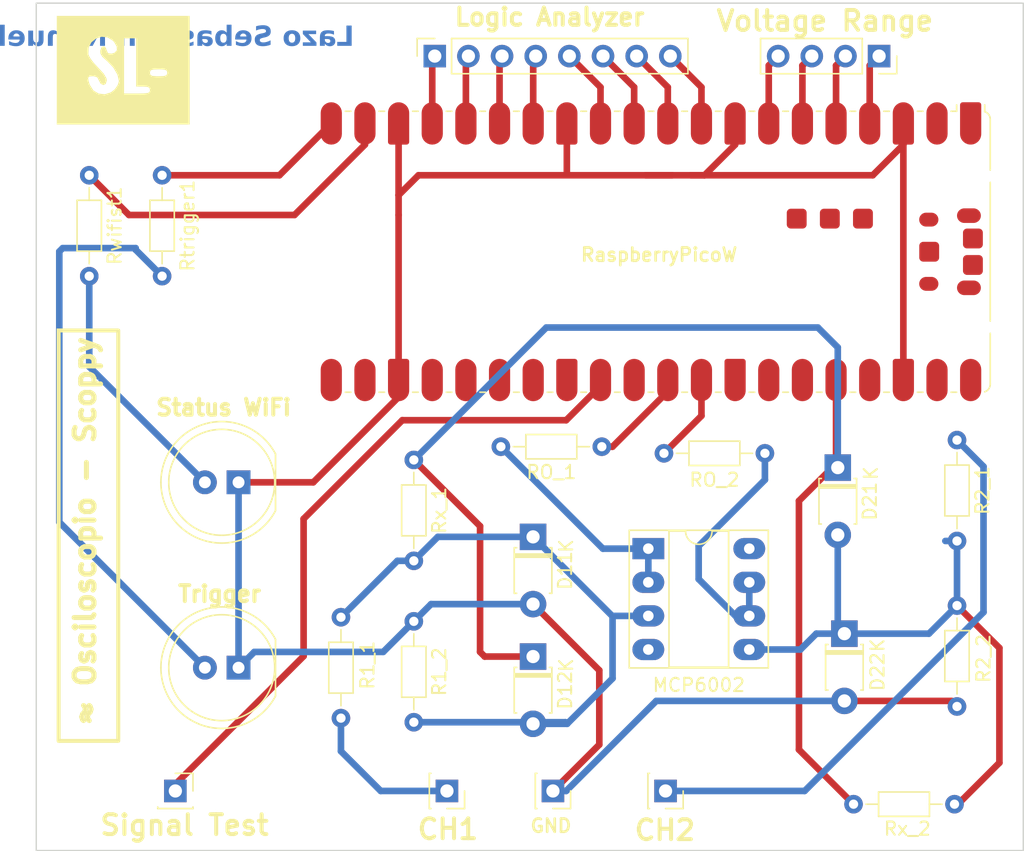
<source format=kicad_pcb>
(kicad_pcb (version 20240108) (generator "pcbnew") (generator_version "8.0")
  (layers (0 "F.Cu" signal) (31 "B.Cu" signal) (34 "B.Paste" user) (35 "F.Paste" user) (36 "B.SilkS" user "B.Silkscreen") (37 "F.SilkS" user "F.Silkscreen") (38 "B.Mask" user) (39 "F.Mask" user) (44 "Edge.Cuts" user))
  (net 0 "")
  (net 1 "CH1_input")
  (net 2 "CH2_input")
  (net 3 "0")
  (net 4 "Net-(D11-K)")
  (net 5 "3,3V")
  (net 6 "Net-(D21-A)")
  (net 7 "Net-(LogicAnalyzer1-Pin_8)")
  (net 8 "Net-(LogicAnalyzer1-Pin_5)")
  (net 9 "Net-(LogicAnalyzer1-Pin_4)")
  (net 10 "Net-(LogicAnalyzer1-Pin_3)")
  (net 11 "GP13")
  (net 12 "Net-(LogicAnalyzer1-Pin_7)")
  (net 13 "Net-(LogicAnalyzer1-Pin_6)")
  (net 14 "Net-(LogicAnalyzer1-Pin_2)")
  (net 16 "Net-(RaspberryPicoW1-UART1_TX{slash}I2C0_SDA{slash}SPI0_RX{slash}GP4)")
  (net 18 "GPIO26")
  (net 19 "Trigger")
  (net 20 "Net-(RaspberryPicoW1-I2C1_SDA{slash}SPI0_SCK{slash}GP2)")
  (net 25 "Net-(RaspberryPicoW1-UART1_RX{slash}I2C0_SCL{slash}SPI0_CSN{slash}GP5)")
  (net 26 "WiFi-Status")
  (net 29 "GPIO27")
  (net 30 "Net-(RaspberryPicoW1-I2C1_SCL{slash}SPI0_TX{slash}GP3)")
  (net 40 "Test Signal ")
  (net 45 "Net-(U1A--)")
  (net 46 "Net-(U1B--)")
  (net 47 "Net-(Trigger1-A)")
  (net 48 "Net-(StatusWiFi1-A)")
  (footprint "Connector_PinSocket_2.54mm:PinSocket_1x08_P2.54mm_Vertical" (layer "F.Cu") (at 119.58 78.5 90)
    (property "Reference" "Logic Analyzer" (at 2.95 8.67 180) (layer "F.SilkS") (effects (font (size 1.3 1.3) (thickness 0.3) (bold yes))))
    (property "Value" "LogicAnalizer")
    (pad "1" thru_hole rect (at 0 0 90) (size 1.7 1.7) (drill 1) (layers "*.Cu" "*.Mask") (net 11 "GP13"))
    (pad "2" thru_hole oval (at 0 2.54 90) (size 1.7 1.7) (drill 1) (layers "*.Cu" "*.Mask") (net 14 "Net-(LogicAnalyzer1-Pin_2)"))
    (pad "3" thru_hole oval (at 0 5.08 90) (size 1.7 1.7) (drill 1) (layers "*.Cu" "*.Mask") (net 10 "Net-(LogicAnalyzer1-Pin_3)"))
    (pad "4" thru_hole oval (at 0 7.62 90) (size 1.7 1.7) (drill 1) (layers "*.Cu" "*.Mask") (net 9 "Net-(LogicAnalyzer1-Pin_4)"))
    (pad "5" thru_hole oval (at 0 10.16 90) (size 1.7 1.7) (drill 1) (layers "*.Cu" "*.Mask") (net 8 "Net-(LogicAnalyzer1-Pin_5)"))
    (pad "6" thru_hole oval (at 0 12.7 90) (size 1.7 1.7) (drill 1) (layers "*.Cu" "*.Mask") (net 13 "Net-(LogicAnalyzer1-Pin_6)"))
    (pad "7" thru_hole oval (at 0 15.24 90) (size 1.7 1.7) (drill 1) (layers "*.Cu" "*.Mask") (net 12 "Net-(LogicAnalyzer1-Pin_7)"))
    (pad "8" thru_hole oval (at 0 17.78 90) (size 1.7 1.7) (drill 1) (layers "*.Cu" "*.Mask") (net 7 "Net-(LogicAnalyzer1-Pin_8)"))
  )
  (footprint "Resistor_THT:R_Axial_DIN0204_L3.6mm_D1.6mm_P7.62mm_Horizontal" (layer "F.Cu") (at 159 107.5 -90)
    (property "Reference" "R2_1" (at 3.81 -1.92 90) (layer "F.SilkS"))
    (property "Value" "680k")
    (pad "1" thru_hole circle (at 0 0 270) (size 1.4 1.4) (drill 0.7) (layers "*.Cu" "*.Mask") (net 2 "CH2_input"))
    (pad "2" thru_hole oval (at 7.62 0 270) (size 1.4 1.4) (drill 0.7) (layers "*.Cu" "*.Mask") (net 6 "Net-(D21-A)"))
  )
  (footprint "Propia:Huella_PCB_SL_chica" (layer "F.Cu") (at 96 79.5)
    (property "Reference" "G***" (hide yes))
    (property "Value" "LOGO" (hide yes))
  )
  (footprint "Resistor_THT:R_Axial_DIN0204_L3.6mm_D1.6mm_P7.62mm_Horizontal" (layer "F.Cu") (at 132.19 108 180)
    (property "Reference" "RO_1" (at 3.81 -1.92 0) (layer "F.SilkS"))
    (property "Value" "100")
    (pad "1" thru_hole circle (at 0 0 180) (size 1.4 1.4) (drill 0.7) (layers "*.Cu" "*.Mask") (net 18 "GPIO26"))
    (pad "2" thru_hole oval (at 7.62 0 180) (size 1.4 1.4) (drill 0.7) (layers "*.Cu" "*.Mask") (net 45 "Net-(U1A--)"))
  )
  (footprint "Resistor_THT:R_Axial_DIN0204_L3.6mm_D1.6mm_P7.62mm_Horizontal" (layer "F.Cu") (at 118 121.19 -90)
    (property "Reference" "R1_2" (at 3.81 -1.92 90) (layer "F.SilkS"))
    (property "Value" "330k")
    (pad "1" thru_hole circle (at 0 0 270) (size 1.4 1.4) (drill 0.7) (layers "*.Cu" "*.Mask") (net 3 "0"))
    (pad "2" thru_hole oval (at 7.62 0 270) (size 1.4 1.4) (drill 0.7) (layers "*.Cu" "*.Mask") (net 4 "Net-(D11-K)"))
  )
  (footprint "Resistor_THT:R_Axial_DIN0204_L3.6mm_D1.6mm_P7.62mm_Horizontal" (layer "F.Cu") (at 99 87.5 -90)
    (property "Reference" "Rtrigger1" (at 3.81 -1.92 90) (layer "F.SilkS"))
    (property "Value" "1k")
    (pad "1" thru_hole circle (at 0 0 270) (size 1.4 1.4) (drill 0.7) (layers "*.Cu" "*.Mask") (net 19 "Trigger"))
    (pad "2" thru_hole oval (at 7.62 0 270) (size 1.4 1.4) (drill 0.7) (layers "*.Cu" "*.Mask") (net 47 "Net-(Trigger1-A)"))
  )
  (footprint "Connector_PinSocket_2.54mm:PinSocket_1x01_P2.54mm_Vertical" (layer "F.Cu") (at 128.5 134 -90)
    (property "Reference" "GND" (at 2.63 0.15 0) (layer "F.SilkS") (effects (font (thickness 0.2) (bold yes))))
    (property "Value" "GND")
    (pad "1" thru_hole rect (at 0 0 270) (size 1.7 1.7) (drill 1) (layers "*.Cu" "*.Mask") (net 3 "0"))
  )
  (footprint "Resistor_THT:R_Axial_DIN0204_L3.6mm_D1.6mm_P7.62mm_Horizontal" (layer "F.Cu") (at 112.5 128.5 90)
    (property "Reference" "R1_1" (at 4 2 90) (layer "F.SilkS"))
    (property "Value" "680k")
    (pad "1" thru_hole circle (at 0 0 90) (size 1.4 1.4) (drill 0.7) (layers "*.Cu" "*.Mask") (net 1 "CH1_input"))
    (pad "2" thru_hole oval (at 7.62 0 90) (size 1.4 1.4) (drill 0.7) (layers "*.Cu" "*.Mask") (net 4 "Net-(D11-K)"))
  )
  (footprint "Connector_PinSocket_2.54mm:PinSocket_1x04_P2.54mm_Vertical" (layer "F.Cu") (at 153.12 78.5 -90)
    (property "Reference" "Voltage Range" (at -2.66 4.09 180) (layer "F.SilkS") (effects (font (size 1.5 1.5) (thickness 0.3) (bold yes))))
    (property "Value" "VoltageRange")
    (pad "1" thru_hole rect (at 0 0 270) (size 1.7 1.7) (drill 1) (layers "*.Cu" "*.Mask") (net 20 "Net-(RaspberryPicoW1-I2C1_SDA{slash}SPI0_SCK{slash}GP2)"))
    (pad "2" thru_hole oval (at 0 2.54 270) (size 1.7 1.7) (drill 1) (layers "*.Cu" "*.Mask") (net 30 "Net-(RaspberryPicoW1-I2C1_SCL{slash}SPI0_TX{slash}GP3)"))
    (pad "3" thru_hole oval (at 0 5.08 270) (size 1.7 1.7) (drill 1) (layers "*.Cu" "*.Mask") (net 16 "Net-(RaspberryPicoW1-UART1_TX{slash}I2C0_SDA{slash}SPI0_RX{slash}GP4)"))
    (pad "4" thru_hole oval (at 0 7.62 270) (size 1.7 1.7) (drill 1) (layers "*.Cu" "*.Mask") (net 25 "Net-(RaspberryPicoW1-UART1_RX{slash}I2C0_SCL{slash}SPI0_CSN{slash}GP5)"))
  )
  (footprint "Module:RaspberryPi_Pico_W_SMD" (layer "F.Cu") (at 135.9 93.275 -90)
    (property "Reference" "RaspberryPicoW" (at 0.225 5.4 0) (layer "F.SilkS") (effects (font (thickness 0.2) (bold yes)) (justify left)))
    (property "Value" "RASPBERRY_PI_PICO_W")
    (pad "" smd rect (at -8.89 -24.13 270) (size 3.8 2.2) (drill (offset -0.8 0)) (layers "F.Paste"))
    (pad "" smd rect (at -8.89 -21.59 270) (size 3.8 2.2) (drill (offset -0.8 0)) (layers "F.Paste"))
    (pad "" smd rect (at -8.89 -19.05 270) (size 3.8 2.2) (drill (offset -0.8 0)) (layers "F.Paste"))
    (pad "" smd rect (at -8.89 -16.51 270) (size 3.8 2.2) (drill (offset -0.8 0)) (layers "F.Paste"))
    (pad "" smd rect (at -8.89 -13.97 270) (size 3.8 2.2) (drill (offset -0.8 0)) (layers "F.Paste"))
    (pad "" smd rect (at -8.89 -11.43 270) (size 3.8 2.2) (drill (offset -0.8 0)) (layers "F.Paste"))
    (pad "" smd rect (at -8.89 -8.89 270) (size 3.8 2.2) (drill (offset -0.8 0)) (layers "F.Paste"))
    (pad "" smd rect (at -8.89 -6.35 270) (size 3.8 2.2) (drill (offset -0.8 0)) (layers "F.Paste"))
    (pad "" smd rect (at -8.89 -3.81 270) (size 3.8 2.2) (drill (offset -0.8 0)) (layers "F.Paste"))
    (pad "" smd rect (at -8.89 -1.27 270) (size 3.8 2.2) (drill (offset -0.8 0)) (layers "F.Paste"))
    (pad "" smd rect (at -8.89 1.27 270) (size 3.8 2.2) (drill (offset -0.8 0)) (layers "F.Paste"))
    (pad "" smd rect (at -8.89 3.81 270) (size 3.8 2.2) (drill (offset -0.8 0)) (layers "F.Paste"))
    (pad "" smd rect (at -8.89 6.35 270) (size 3.8 2.2) (drill (offset -0.8 0)) (layers "F.Paste"))
    (pad "" smd rect (at -8.89 8.89 270) (size 3.8 2.2) (drill (offset -0.8 0)) (layers "F.Paste"))
    (pad "" smd rect (at -8.89 11.43 270) (size 3.8 2.2) (drill (offset -0.8 0)) (layers "F.Paste"))
    (pad "" smd rect (at -8.89 13.97 270) (size 3.8 2.2) (drill (offset -0.8 0)) (layers "F.Paste"))
    (pad "" smd rect (at -8.89 16.51 270) (size 3.8 2.2) (drill (offset -0.8 0)) (layers "F.Paste"))
    (pad "" smd rect (at -8.89 19.05 270) (size 3.8 2.2) (drill (offset -0.8 0)) (layers "F.Paste"))
    (pad "" smd rect (at -8.89 21.59 270) (size 3.8 2.2) (drill (offset -0.8 0)) (layers "F.Paste"))
    (pad "" smd rect (at -8.89 24.13 270) (size 3.8 2.2) (drill (offset -0.8 0)) (layers "F.Paste"))
    (pad "" smd oval (at -2.725 -24 270) (size 1.1 1.8) (layers "F.Cu" "F.Paste" "F.Mask"))
    (pad "" smd oval (at -2.425 -20.97 270) (size 1.05 1.45) (layers "F.Cu" "F.Paste" "F.Mask"))
    (pad "" smd oval (at 2.425 -20.97 270) (size 1.05 1.45) (layers "F.Cu" "F.Paste" "F.Mask"))
    (pad "" smd oval (at 2.725 -24 270) (size 1.1 1.8) (layers "F.Cu" "F.Paste" "F.Mask"))
    (pad "" smd rect (at 8.89 -24.13 270) (size 3.8 2.2) (drill (offset 0.8 0)) (layers "F.Paste"))
    (pad "" smd rect (at 8.89 -21.59 270) (size 3.8 2.2) (drill (offset 0.8 0)) (layers "F.Paste"))
    (pad "" smd rect (at 8.89 -19.05 270) (size 3.8 2.2) (drill (offset 0.8 0)) (layers "F.Paste"))
    (pad "" smd rect (at 8.89 -16.51 270) (size 3.8 2.2) (drill (offset 0.8 0)) (layers "F.Paste"))
    (pad "" smd rect (at 8.89 -13.97 270) (size 3.8 2.2) (drill (offset 0.8 0)) (layers "F.Paste"))
    (pad "" smd rect (at 8.89 -11.43 270) (size 3.8 2.2) (drill (offset 0.8 0)) (layers "F.Paste"))
    (pad "" smd rect (at 8.89 -8.89 270) (size 3.8 2.2) (drill (offset 0.8 0)) (layers "F.Paste"))
    (pad "" smd rect (at 8.89 -6.35 270) (size 3.8 2.2) (drill (offset 0.8 0)) (layers "F.Paste"))
    (pad "" smd rect (at 8.89 -3.81 270) (size 3.8 2.2) (drill (offset 0.8 0)) (layers "F.Paste"))
    (pad "" smd rect (at 8.89 -1.27 270) (size 3.8 2.2) (drill (offset 0.8 0)) (layers "F.Paste"))
    (pad "" smd rect (at 8.89 1.27 270) (size 3.8 2.2) (drill (offset 0.8 0)) (layers "F.Paste"))
    (pad "" smd rect (at 8.89 3.81 270) (size 3.8 2.2) (drill (offset 0.8 0)) (layers "F.Paste"))
    (pad "" smd rect (at 8.89 6.35 270) (size 3.8 2.2) (drill (offset 0.8 0)) (layers "F.Paste"))
    (pad "" smd rect (at 8.89 8.89 270) (size 3.8 2.2) (drill (offset 0.8 0)) (layers "F.Paste"))
    (pad "" smd rect (at 8.89 11.43 270) (size 3.8 2.2) (drill (offset 0.8 0)) (layers "F.Paste"))
    (pad "" smd rect (at 8.89 13.97 270) (size 3.8 2.2) (drill (offset 0.8 0)) (layers "F.Paste"))
    (pad "" smd rect (at 8.89 16.51 270) (size 3.8 2.2) (drill (offset 0.8 0)) (layers "F.Paste"))
    (pad "" smd rect (at 8.89 19.05 270) (size 3.8 2.2) (drill (offset 0.8 0)) (layers "F.Paste"))
    (pad "" smd rect (at 8.89 21.59 270) (size 3.8 2.2) (drill (offset 0.8 0)) (layers "F.Paste"))
    (pad "" smd rect (at 8.89 24.13 270) (size 3.8 2.2) (drill (offset 0.8 0)) (layers "F.Paste"))
    (pad "1" smd custom (at -9.69 -24.13 270) (size 1.6 0.8) (layers "F.Cu" "F.Mask") (options (clearance outline) (anchor rect)) (primitives (gr_circle (center 0.8 0) (end 1.6 0) (width 0) (fill yes)) (gr_poly (pts (xy -1.6 -0.6) (xy -1.6 0.6) (xy -1.4 0.8) (xy 0.8 0.8) (xy 0.8 -0.8) (xy -1.4 -0.8)) (width 0) (fill yes)) (gr_circle (center -1.4 -0.6) (end -1.2 -0.6) (width 0) (fill yes)) (gr_circle (center -1.4 0.6) (end -1.2 0.6) (width 0) (fill yes))))
    (pad "2" smd roundrect (at -9.69 -21.59 270) (size 3.2 1.6) (layers "F.Cu" "F.Mask") (roundrect_rratio 0.5))
    (pad "3" smd custom (at -9.69 -19.05 270) (size 1.6 0.8) (layers "F.Cu" "F.Mask") (net 3 "0") (options (clearance outline) (anchor rect)) (primitives (gr_circle (center -0.8 0) (end 0 0) (width 0) (fill yes)) (gr_poly (pts (xy 1.6 -0.6) (xy 1.6 0.6) (xy 1.4 0.8) (xy -0.8 0.8) (xy -0.8 -0.8) (xy 1.4 -0.8)) (width 0) (fill yes)) (gr_circle (center 1.4 -0.6) (end 1.6 -0.6) (width 0) (fill yes)) (gr_circle (center 1.4 0.6) (end 1.6 0.6) (width 0) (fill yes))))
    (pad "4" smd roundrect (at -9.69 -16.51 270) (size 3.2 1.6) (layers "F.Cu" "F.Mask") (roundrect_rratio 0.5) (net 20 "Net-(RaspberryPicoW1-I2C1_SDA{slash}SPI0_SCK{slash}GP2)"))
    (pad "5" smd roundrect (at -9.69 -13.97 270) (size 3.2 1.6) (layers "F.Cu" "F.Mask") (roundrect_rratio 0.5) (net 30 "Net-(RaspberryPicoW1-I2C1_SCL{slash}SPI0_TX{slash}GP3)"))
    (pad "6" smd roundrect (at -9.69 -11.43 270) (size 3.2 1.6) (layers "F.Cu" "F.Mask") (roundrect_rratio 0.5) (net 16 "Net-(RaspberryPicoW1-UART1_TX{slash}I2C0_SDA{slash}SPI0_RX{slash}GP4)"))
    (pad "7" smd roundrect (at -9.69 -8.89 270) (size 3.2 1.6) (layers "F.Cu" "F.Mask") (roundrect_rratio 0.5) (net 25 "Net-(RaspberryPicoW1-UART1_RX{slash}I2C0_SCL{slash}SPI0_CSN{slash}GP5)"))
    (pad "8" smd custom (at -9.69 -6.35 270) (size 1.6 0.8) (layers "F.Cu" "F.Mask") (net 3 "0") (options (clearance outline) (anchor rect)) (primitives (gr_circle (center -0.8 0) (end 0 0) (width 0) (fill yes)) (gr_poly (pts (xy 1.6 -0.6) (xy 1.6 0.6) (xy 1.4 0.8) (xy -0.8 0.8) (xy -0.8 -0.8) (xy 1.4 -0.8)) (width 0) (fill yes)) (gr_circle (center 1.4 -0.6) (end 1.6 -0.6) (width 0) (fill yes)) (gr_circle (center 1.4 0.6) (end 1.6 0.6) (width 0) (fill yes))))
    (pad "9" smd roundrect (at -9.69 -3.81 270) (size 3.2 1.6) (layers "F.Cu" "F.Mask") (roundrect_rratio 0.5) (net 7 "Net-(LogicAnalyzer1-Pin_8)"))
    (pad "10" smd roundrect (at -9.69 -1.27 270) (size 3.2 1.6) (layers "F.Cu" "F.Mask") (roundrect_rratio 0.5) (net 12 "Net-(LogicAnalyzer1-Pin_7)"))
    (pad "11" smd roundrect (at -9.69 1.27 270) (size 3.2 1.6) (layers "F.Cu" "F.Mask") (roundrect_rratio 0.5) (net 13 "Net-(LogicAnalyzer1-Pin_6)"))
    (pad "12" smd roundrect (at -9.69 3.81 270) (size 3.2 1.6) (layers "F.Cu" "F.Mask") (roundrect_rratio 0.5) (net 8 "Net-(LogicAnalyzer1-Pin_5)"))
    (pad "13" smd custom (at -9.69 6.35 270) (size 1.6 0.8) (layers "F.Cu" "F.Mask") (net 3 "0") (options (clearance outline) (anchor rect)) (primitives (gr_circle (center -0.8 0) (end 0 0) (width 0) (fill yes)) (gr_poly (pts (xy 1.6 -0.6) (xy 1.6 0.6) (xy 1.4 0.8) (xy -0.8 0.8) (xy -0.8 -0.8) (xy 1.4 -0.8)) (width 0) (fill yes)) (gr_circle (center 1.4 -0.6) (end 1.6 -0.6) (width 0) (fill yes)) (gr_circle (center 1.4 0.6) (end 1.6 0.6) (width 0) (fill yes))))
    (pad "14" smd roundrect (at -9.69 8.89 270) (size 3.2 1.6) (layers "F.Cu" "F.Mask") (roundrect_rratio 0.5) (net 9 "Net-(LogicAnalyzer1-Pin_4)"))
    (pad "15" smd roundrect (at -9.69 11.43 270) (size 3.2 1.6) (layers "F.Cu" "F.Mask") (roundrect_rratio 0.5) (net 10 "Net-(LogicAnalyzer1-Pin_3)"))
    (pad "16" smd roundrect (at -9.69 13.97 270) (size 3.2 1.6) (layers "F.Cu" "F.Mask") (roundrect_rratio 0.5) (net 14 "Net-(LogicAnalyzer1-Pin_2)"))
    (pad "17" smd roundrect (at -9.69 16.51 270) (size 3.2 1.6) (layers "F.Cu" "F.Mask") (roundrect_rratio 0.5) (net 11 "GP13"))
    (pad "18" smd custom (at -9.69 19.05 270) (size 1.6 0.8) (layers "F.Cu" "F.Mask") (net 3 "0") (options (clearance outline) (anchor rect)) (primitives (gr_circle (center -0.8 0) (end 0 0) (width 0) (fill yes)) (gr_poly (pts (xy 1.6 -0.6) (xy 1.6 0.6) (xy 1.4 0.8) (xy -0.8 0.8) (xy -0.8 -0.8) (xy 1.4 -0.8)) (width 0) (fill yes)) (gr_circle (center 1.4 -0.6) (end 1.6 -0.6) (width 0) (fill yes)) (gr_circle (center 1.4 0.6) (end 1.6 0.6) (width 0) (fill yes))))
    (pad "19" smd roundrect (at -9.69 21.59 270) (size 3.2 1.6) (layers "F.Cu" "F.Mask") (roundrect_rratio 0.5) (net 26 "WiFi-Status"))
    (pad "20" smd roundrect (at -9.69 24.13 270) (size 3.2 1.6) (layers "F.Cu" "F.Mask") (roundrect_rratio 0.5) (net 19 "Trigger"))
    (pad "21" smd roundrect (at 9.69 24.13 270) (size 3.2 1.6) (layers "F.Cu" "F.Mask") (roundrect_rratio 0.5))
    (pad "22" smd roundrect (at 9.69 21.59 270) (size 3.2 1.6) (layers "F.Cu" "F.Mask") (roundrect_rratio 0.5))
    (pad "23" smd custom (at 9.69 19.05 270) (size 1.6 0.8) (layers "F.Cu" "F.Mask") (net 3 "0") (options (clearance outline) (anchor rect)) (primitives (gr_circle (center 0.8 0) (end 1.6 0) (width 0) (fill yes)) (gr_poly (pts (xy -1.6 -0.6) (xy -1.6 0.6) (xy -1.4 0.8) (xy 0.8 0.8) (xy 0.8 -0.8) (xy -1.4 -0.8)) (width 0) (fill yes)) (gr_circle (center -1.4 -0.6) (end -1.2 -0.6) (width 0) (fill yes)) (gr_circle (center -1.4 0.6) (end -1.2 0.6) (width 0) (fill yes))))
    (pad "24" smd roundrect (at 9.69 16.51 270) (size 3.2 1.6) (layers "F.Cu" "F.Mask") (roundrect_rratio 0.5))
    (pad "25" smd roundrect (at 9.69 13.97 270) (size 3.2 1.6) (layers "F.Cu" "F.Mask") (roundrect_rratio 0.5))
    (pad "26" smd roundrect (at 9.69 11.43 270) (size 3.2 1.6) (layers "F.Cu" "F.Mask") (roundrect_rratio 0.5))
    (pad "27" smd roundrect (at 9.69 8.89 270) (size 3.2 1.6) (layers "F.Cu" "F.Mask") (roundrect_rratio 0.5))
    (pad "28" smd custom (at 9.69 6.35 270) (size 1.6 0.8) (layers "F.Cu" "F.Mask") (net 3 "0") (options (clearance outline) (anchor rect)) (primitives (gr_circle (center 0.8 0) (end 1.6 0) (width 0) (fill yes)) (gr_poly (pts (xy -1.6 -0.6) (xy -1.6 0.6) (xy -1.4 0.8) (xy 0.8 0.8) (xy 0.8 -0.8) (xy -1.4 -0.8)) (width 0) (fill yes)) (gr_circle (center -1.4 -0.6) (end -1.2 -0.6) (width 0) (fill yes)) (gr_circle (center -1.4 0.6) (end -1.2 0.6) (width 0) (fill yes))))
    (pad "29" smd roundrect (at 9.69 3.81 270) (size 3.2 1.6) (layers "F.Cu" "F.Mask") (roundrect_rratio 0.5) (net 40 "Test Signal "))
    (pad "30" smd roundrect (at 9.69 1.27 270) (size 3.2 1.6) (layers "F.Cu" "F.Mask") (roundrect_rratio 0.5))
    (pad "31" smd roundrect (at 9.69 -1.27 270) (size 3.2 1.6) (layers "F.Cu" "F.Mask") (roundrect_rratio 0.5) (net 18 "GPIO26"))
    (pad "32" smd roundrect (at 9.69 -3.81 270) (size 3.2 1.6) (layers "F.Cu" "F.Mask") (roundrect_rratio 0.5) (net 29 "GPIO27"))
    (pad "33" smd custom (at 9.69 -6.35 270) (size 1.6 0.8) (layers "F.Cu" "F.Mask") (options (clearance outline) (anchor rect)) (primitives (gr_circle (center 0.8 0) (end 1.6 0) (width 0) (fill yes)) (gr_poly (pts (xy -1.6 -0.6) (xy -1.6 0.6) (xy -1.4 0.8) (xy 0.8 0.8) (xy 0.8 -0.8) (xy -1.4 -0.8)) (width 0) (fill yes)) (gr_circle (center -1.4 -0.6) (end -1.2 -0.6) (width 0) (fill yes)) (gr_circle (center -1.4 0.6) (end -1.2 0.6) (width 0) (fill yes))))
    (pad "34" smd roundrect (at 9.69 -8.89 270) (size 3.2 1.6) (layers "F.Cu" "F.Mask") (roundrect_rratio 0.5))
    (pad "35" smd roundrect (at 9.69 -11.43 270) (size 3.2 1.6) (layers "F.Cu" "F.Mask") (roundrect_rratio 0.5))
    (pad "36" smd roundrect (at 9.69 -13.97 270) (size 3.2 1.6) (layers "F.Cu" "F.Mask") (roundrect_rratio 0.5) (net 5 "3,3V"))
    (pad "37" smd roundrect (at 9.69 -16.51 270) (size 3.2 1.6) (layers "F.Cu" "F.Mask") (roundrect_rratio 0.5))
    (pad "38" smd custom (at 9.69 -19.05 270) (size 1.6 0.8) (layers "F.Cu" "F.Mask") (net 3 "0") (options (clearance outline) (anchor rect)) (primitives (gr_circle (center 0.8 0) (end 1.6 0) (width 0) (fill yes)) (gr_poly (pts (xy -1.6 -0.6) (xy -1.6 0.6) (xy -1.4 0.8) (xy 0.8 0.8) (xy 0.8 -0.8) (xy -1.4 -0.8)) (width 0) (fill yes)) (gr_circle (center -1.4 -0.6) (end -1.2 -0.6) (width 0) (fill yes)) (gr_circle (center -1.4 0.6) (end -1.2 0.6) (width 0) (fill yes))))
    (pad "39" smd roundrect (at 9.69 -21.59 270) (size 3.2 1.6) (layers "F.Cu" "F.Mask") (roundrect_rratio 0.5))
    (pad "40" smd roundrect (at 9.69 -24.13 270) (size 3.2 1.6) (layers "F.Cu" "F.Mask") (roundrect_rratio 0.5))
    (pad "TP1" smd roundrect (at 0 -21 270) (size 1.5 1.5) (layers "F.Cu" "F.Paste" "F.Mask") (roundrect_rratio 0.2))
    (pad "TP2" smd roundrect (at 1 -24.3 270) (size 1.5 1.5) (layers "F.Cu" "F.Paste" "F.Mask") (roundrect_rratio 0.2))
    (pad "TP3" smd roundrect (at -1 -24.3 270) (size 1.5 1.5) (layers "F.Cu" "F.Paste" "F.Mask") (roundrect_rratio 0.2))
    (pad "TP4" smd roundrect (at -2.5 -16 270) (size 1.5 1.5) (layers "F.Cu" "F.Paste" "F.Mask") (roundrect_rratio 0.2))
    (pad "TP5" smd roundrect (at -2.5 -13.5 270) (size 1.5 1.5) (layers "F.Cu" "F.Paste" "F.Mask") (roundrect_rratio 0.2))
    (pad "TP6" smd roundrect (at -2.5 -11 270) (size 1.5 1.5) (layers "F.Cu" "F.Paste" "F.Mask") (roundrect_rratio 0.2))
  )
  (footprint "Diode_THT:D_T-1_P5.08mm_Horizontal" (layer "F.Cu") (at 127 114.81 -90)
    (property "Reference" "D11" (at 2.54 -2.42 90) (layer "F.SilkS"))
    (property "Value" "1N4148")
    (fp_text user "K" (at 0.69 -2.5 90) (layer "F.SilkS"))
    (pad "1" thru_hole rect (at 0 0 270) (size 2 2) (drill 1) (layers "*.Cu" "*.Mask") (net 4 "Net-(D11-K)"))
    (pad "2" thru_hole oval (at 5.08 0 270) (size 2 2) (drill 1) (layers "*.Cu" "*.Mask") (net 3 "0"))
  )
  (footprint "LED_THT:LED_D8.0mm" (layer "F.Cu") (at 104.77 124.69 180)
    (property "Reference" "Trigger" (at 1.43 5.57 0) (layer "F.SilkS") (effects (font (size 1.2 1.2) (thickness 0.3) (bold yes))))
    (property "Value" "LED")
    (pad "1" thru_hole rect (at 0 0 180) (size 1.8 1.8) (drill 0.9) (layers "*.Cu" "*.Mask") (net 3 "0"))
    (pad "2" thru_hole circle (at 2.54 0 180) (size 1.8 1.8) (drill 0.9) (layers "*.Cu" "*.Mask") (net 47 "Net-(Trigger1-A)"))
  )
  (footprint "Package_DIP:DIP-8_W7.62mm_Socket_LongPads" (layer "F.Cu") (at 135.7 115.7)
    (property "Reference" "MCP6002" (at 3.81 10.3 0) (layer "F.SilkS"))
    (property "Value" "MCP6002-xP")
    (pad "1" thru_hole rect (at 0 0) (size 2.4 1.6) (drill 0.8) (layers "*.Cu" "*.Mask") (net 45 "Net-(U1A--)"))
    (pad "2" thru_hole oval (at 0 2.54) (size 2.4 1.6) (drill 0.8) (layers "*.Cu" "*.Mask") (net 45 "Net-(U1A--)"))
    (pad "3" thru_hole oval (at 0 5.08) (size 2.4 1.6) (drill 0.8) (layers "*.Cu" "*.Mask") (net 4 "Net-(D11-K)"))
    (pad "4" thru_hole oval (at 0 7.62) (size 2.4 1.6) (drill 0.8) (layers "*.Cu" "*.Mask"))
    (pad "5" thru_hole oval (at 7.62 7.62) (size 2.4 1.6) (drill 0.8) (layers "*.Cu" "*.Mask") (net 6 "Net-(D21-A)"))
    (pad "6" thru_hole oval (at 7.62 5.08) (size 2.4 1.6) (drill 0.8) (layers "*.Cu" "*.Mask") (net 46 "Net-(U1B--)"))
    (pad "7" thru_hole oval (at 7.62 2.54) (size 2.4 1.6) (drill 0.8) (layers "*.Cu" "*.Mask") (net 46 "Net-(U1B--)"))
    (pad "8" thru_hole oval (at 7.62 0) (size 2.4 1.6) (drill 0.8) (layers "*.Cu" "*.Mask"))
  )
  (footprint "Resistor_THT:R_Axial_DIN0204_L3.6mm_D1.6mm_P7.62mm_Horizontal" (layer "F.Cu") (at 93.5 87.5 -90)
    (property "Reference" "Rwifist1" (at 3.81 -1.92 90) (layer "F.SilkS"))
    (property "Value" "1k")
    (pad "1" thru_hole circle (at 0 0 270) (size 1.4 1.4) (drill 0.7) (layers "*.Cu" "*.Mask") (net 26 "WiFi-Status"))
    (pad "2" thru_hole oval (at 7.62 0 270) (size 1.4 1.4) (drill 0.7) (layers "*.Cu" "*.Mask") (net 48 "Net-(StatusWiFi1-A)"))
  )
  (footprint "Diode_THT:D_T-1_P5.08mm_Horizontal" (layer "F.Cu") (at 127 123.85 -90)
    (property "Reference" "D12" (at 2.54 -2.42 90) (layer "F.SilkS"))
    (property "Value" "1N4148")
    (fp_text user "K" (at 0.65 -2.5 90) (layer "F.SilkS"))
    (pad "1" thru_hole rect (at 0 0 270) (size 2 2) (drill 1) (layers "*.Cu" "*.Mask") (net 5 "3,3V"))
    (pad "2" thru_hole oval (at 5.08 0 270) (size 2 2) (drill 1) (layers "*.Cu" "*.Mask") (net 4 "Net-(D11-K)"))
  )
  (footprint "Diode_THT:D_T-1_P5.08mm_Horizontal" (layer "F.Cu") (at 150 109.58 -90)
    (property "Reference" "D21" (at 2.54 -2.42 90) (layer "F.SilkS"))
    (property "Value" "1N4148")
    (fp_text user "K" (at 0.42 -2.5 90) (layer "F.SilkS"))
    (pad "1" thru_hole rect (at 0 0 270) (size 2 2) (drill 1) (layers "*.Cu" "*.Mask") (net 5 "3,3V"))
    (pad "2" thru_hole oval (at 5.08 0 270) (size 2 2) (drill 1) (layers "*.Cu" "*.Mask") (net 6 "Net-(D21-A)"))
  )
  (footprint "Connector_PinSocket_2.54mm:PinSocket_1x01_P2.54mm_Vertical" (layer "F.Cu") (at 120.5 134 -90)
    (property "Reference" "CH1" (at 2.89 -0.07 0) (layer "F.SilkS") (effects (font (size 1.5 1.5) (thickness 0.3) (bold yes))))
    (property "Value" "CH1_input")
    (pad "1" thru_hole rect (at 0 0 270) (size 1.7 1.7) (drill 1) (layers "*.Cu" "*.Mask") (net 1 "CH1_input"))
  )
  (footprint "Connector_PinSocket_2.54mm:PinSocket_1x01_P2.54mm_Vertical" (layer "F.Cu") (at 137 134 -90)
    (property "Reference" "CH2" (at 2.96 0.05 0) (layer "F.SilkS") (effects (font (size 1.5 1.5) (thickness 0.3) (bold yes))))
    (property "Value" "CH2_input")
    (pad "1" thru_hole rect (at 0 0 270) (size 1.7 1.7) (drill 1) (layers "*.Cu" "*.Mask") (net 2 "CH2_input"))
  )
  (footprint "LED_THT:LED_D8.0mm" (layer "F.Cu") (at 104.77 110.69 180)
    (property "Reference" "Status WiFi" (at 1.12 5.65 0) (layer "F.SilkS") (effects (font (size 1.2 1.2) (thickness 0.3) (bold yes))))
    (property "Value" "LED")
    (pad "1" thru_hole rect (at 0 0 180) (size 1.8 1.8) (drill 0.9) (layers "*.Cu" "*.Mask") (net 3 "0"))
    (pad "2" thru_hole circle (at 2.54 0 180) (size 1.8 1.8) (drill 0.9) (layers "*.Cu" "*.Mask") (net 48 "Net-(StatusWiFi1-A)"))
  )
  (footprint "Resistor_THT:R_Axial_DIN0204_L3.6mm_D1.6mm_P7.62mm_Horizontal" (layer "F.Cu") (at 159 127.62 90)
    (property "Reference" "R2_2" (at 3.62 2 90) (layer "F.SilkS"))
    (property "Value" "330k")
    (pad "1" thru_hole circle (at 0 0 90) (size 1.4 1.4) (drill 0.7) (layers "*.Cu" "*.Mask") (net 3 "0"))
    (pad "2" thru_hole oval (at 7.62 0 90) (size 1.4 1.4) (drill 0.7) (layers "*.Cu" "*.Mask") (net 6 "Net-(D21-A)"))
  )
  (footprint "Resistor_THT:R_Axial_DIN0204_L3.6mm_D1.6mm_P7.62mm_Horizontal" (layer "F.Cu") (at 118 109 -90)
    (property "Reference" "Rx_1" (at 3.81 -1.92 90) (layer "F.SilkS"))
    (property "Value" "220k")
    (pad "1" thru_hole circle (at 0 0 270) (size 1.4 1.4) (drill 0.7) (layers "*.Cu" "*.Mask") (net 5 "3,3V"))
    (pad "2" thru_hole oval (at 7.62 0 270) (size 1.4 1.4) (drill 0.7) (layers "*.Cu" "*.Mask") (net 4 "Net-(D11-K)"))
  )
  (footprint "Resistor_THT:R_Axial_DIN0204_L3.6mm_D1.6mm_P7.62mm_Horizontal" (layer "F.Cu") (at 136.88 108.5)
    (property "Reference" "RO_2" (at 3.81 2 0) (layer "F.SilkS"))
    (property "Value" "100")
    (pad "1" thru_hole circle (at 0 0) (size 1.4 1.4) (drill 0.7) (layers "*.Cu" "*.Mask") (net 29 "GPIO27"))
    (pad "2" thru_hole oval (at 7.62 0) (size 1.4 1.4) (drill 0.7) (layers "*.Cu" "*.Mask") (net 46 "Net-(U1B--)"))
  )
  (footprint "Diode_THT:D_T-1_P5.08mm_Horizontal" (layer "F.Cu") (at 150.5 122.12 -90)
    (property "Reference" "D22" (at 2.88 -2.5 90) (layer "F.SilkS"))
    (property "Value" "1N4148")
    (fp_text user "K" (at 0.88 -2.5 90) (layer "F.SilkS"))
    (pad "1" thru_hole rect (at 0 0 270) (size 2 2) (drill 1) (layers "*.Cu" "*.Mask") (net 6 "Net-(D21-A)"))
    (pad "2" thru_hole oval (at 5.08 0 270) (size 2 2) (drill 1) (layers "*.Cu" "*.Mask") (net 3 "0"))
  )
  (footprint "Connector_PinSocket_2.54mm:PinSocket_1x01_P2.54mm_Vertical" (layer "F.Cu") (at 100 134)
    (property "Reference" "Signal Test" (at 0.69 2.58 0) (layer "F.SilkS") (effects (font (size 1.5 1.5) (thickness 0.3) (bold yes))))
    (property "Value" "SignalTest")
    (pad "1" thru_hole rect (at 0 0) (size 1.7 1.7) (drill 1) (layers "*.Cu" "*.Mask") (net 40 "Test Signal "))
  )
  (footprint "Resistor_THT:R_Axial_DIN0204_L3.6mm_D1.6mm_P7.62mm_Horizontal" (layer "F.Cu") (at 151.19 135)
    (property "Reference" "Rx_2" (at 4.06 1.85 0) (layer "F.SilkS"))
    (property "Value" "220k")
    (pad "1" thru_hole circle (at 0 0) (size 1.4 1.4) (drill 0.7) (layers "*.Cu" "*.Mask") (net 5 "3,3V"))
    (pad "2" thru_hole oval (at 7.62 0) (size 1.4 1.4) (drill 0.7) (layers "*.Cu" "*.Mask") (net 6 "Net-(D21-A)"))
  )
  (gr_rect (start 91.19 99.22) (end 95.69 130.22) (stroke (width 0.3)) (fill none) (layer "F.SilkS"))
  (gr_rect (start 89.5 74.5) (end 164 138.5) (stroke (width 0.1)) (fill none) (layer "Edge.Cuts"))
  (gr_text "Lazo Sebastian Nahuel\n\n" (at 113.5 80.5 0) (layer "B.Cu") (effects (font (size 1.5 1.5) (thickness 0.2) (bold yes) (italic yes)) (justify left bottom mirror)))
  (gr_text "≈ Osciloscopio - Scoppy  " (at 94.06 129.29 90) (layer "F.SilkS") (effects (font (size 1.5 1.5) (thickness 0.375) (bold yes)) (justify left bottom)))
  (segment (start 120 134) (end 120.5 134.5) (width 0.5) (layer "B.Cu") (net 1))
  (segment (start 115.5 134) (end 120 134) (width 0.5) (layer "B.Cu") (net 1))
  (segment (start 112.5 131) (end 115.5 134) (width 0.5) (layer "B.Cu") (net 1))
  (segment (start 112.5 128.5) (end 112.5 131) (width 0.5) (layer "B.Cu") (net 1))
  (segment (start 159 107.5) (end 161 109.5) (width 0.5) (layer "B.Cu") (net 2))
  (segment (start 161 120.5) (end 147.5 134) (width 0.5) (layer "B.Cu") (net 2))
  (segment (start 161 109.5) (end 161 120.5) (width 0.5) (layer "B.Cu") (net 2))
  (segment (start 147.5 134) (end 137 134) (width 0.5) (layer "B.Cu") (net 2))
  (segment (start 118.35 87.5) (end 116.85 89) (width 0.5) (layer "F.Cu") (net 3))
  (segment (start 116.85 102.965) (end 116.85 90.5) (width 0.5) (layer "F.Cu") (net 3))
  (segment (start 154.95 85.19) (end 152.64 87.5) (width 0.5) (layer "F.Cu") (net 3))
  (segment (start 116.85 89) (end 116.85 83.585) (width 0.5) (layer "F.Cu") (net 3))
  (segment (start 150.5 127.2) (end 158.58 127.2) (width 0.5) (layer "F.Cu") (net 3))
  (segment (start 129.55 83.585) (end 129.55 87.45) (width 0.5) (layer "F.Cu") (net 3))
  (segment (start 158.58 127.2) (end 159 127.62) (width 0.5) (layer "F.Cu") (net 3))
  (segment (start 116.85 90.5) (end 116.85 89) (width 0.5) (layer "F.Cu") (net 3))
  (segment (start 128.5 134.5) (end 128.5 134) (width 0.5) (layer "F.Cu") (net 3))
  (segment (start 142.25 83.585) (end 142.25 85.19) (width 0.5) (layer "F.Cu") (net 3))
  (segment (start 110.41 110.69) (end 104.77 110.69) (width 0.5) (layer "F.Cu") (net 3))
  (segment (start 132 130.5) (end 128.5 134) (width 0.5) (layer "F.Cu") (net 3))
  (segment (start 137.5 87.5) (end 118.35 87.5) (width 0.5) (layer "F.Cu") (net 3))
  (segment (start 116.85 102.965) (end 116.85 104.25) (width 0.5) (layer "F.Cu") (net 3))
  (segment (start 152.64 87.5) (end 138.914338 87.5) (width 0.5) (layer "F.Cu") (net 3))
  (segment (start 142.25 85.19) (end 139.94 87.5) (width 0.5) (layer "F.Cu") (net 3))
  (segment (start 132 124.89) (end 132 130.5) (width 0.5) (layer "F.Cu") (net 3))
  (segment (start 154.95 83.585) (end 154.95 102.965) (width 0.5) (layer "F.Cu") (net 3))
  (segment (start 139.94 87.5) (end 135.5 87.5) (width 0.5) (layer "F.Cu") (net 3))
  (segment (start 127 119.89) (end 132 124.89) (width 0.5) (layer "F.Cu") (net 3))
  (segment (start 116.85 104.25) (end 110.41 110.69) (width 0.5) (layer "F.Cu") (net 3))
  (segment (start 154.95 83.585) (end 154.95 85.19) (width 0.5) (layer "F.Cu") (net 3))
  (segment (start 129.5 134) (end 136.3 127.2) (width 0.5) (layer "B.Cu") (net 3))
  (segment (start 104.77 124.69) (end 104.77 110.69) (width 0.5) (layer "B.Cu") (net 3))
  (segment (start 115.69 123.5) (end 105.96 123.5) (width 0.5) (layer "B.Cu") (net 3))
  (segment (start 118 121.19) (end 115.69 123.5) (width 0.5) (layer "B.Cu") (net 3))
  (segment (start 105.96 123.5) (end 104.77 124.69) (width 0.5) (layer "B.Cu") (net 3))
  (segment (start 128.5 134.5) (end 128.5 134) (width 0.5) (layer "B.Cu") (net 3))
  (segment (start 127 119.89) (end 119.3 119.89) (width 0.5) (layer "B.Cu") (net 3))
  (segment (start 128.5 134) (end 129.5 134) (width 0.5) (layer "B.Cu") (net 3))
  (segment (start 119.3 119.89) (end 118 121.19) (width 0.5) (layer "B.Cu") (net 3))
  (segment (start 136.3 127.2) (end 150.5 127.2) (width 0.5) (layer "B.Cu") (net 3))
  (segment (start 133 120.78) (end 132.97 120.78) (width 0.5) (layer "B.Cu") (net 4))
  (segment (start 118 116.62) (end 116.76 116.62) (width 0.5) (layer "B.Cu") (net 4))
  (segment (start 119.81 114.81) (end 118 116.62) (width 0.5) (layer "B.Cu") (net 4))
  (segment (start 127 114.81) (end 119.81 114.81) (width 0.5) (layer "B.Cu") (net 4))
  (segment (start 116.76 116.62) (end 112.5 120.88) (width 0.5) (layer "B.Cu") (net 4))
  (segment (start 129.45 128.81) (end 129.57 128.93) (width 0.5) (layer "B.Cu") (net 4))
  (segment (start 129.57 128.93) (end 133 125.5) (width 0.5) (layer "B.Cu") (net 4))
  (segment (start 118 128.81) (end 129.45 128.81) (width 0.5) (layer "B.Cu") (net 4))
  (segment (start 133 125.5) (end 133 120.78) (width 0.5) (layer "B.Cu") (net 4))
  (segment (start 127 128.93) (end 129.57 128.93) (width 0.5) (layer "B.Cu") (net 4))
  (segment (start 135.7 120.78) (end 133 120.78) (width 0.5) (layer "B.Cu") (net 4))
  (segment (start 132.97 120.78) (end 127 114.81) (width 0.5) (layer "B.Cu") (net 4))
  (segment (start 149.58 109.58) (end 147.07 112.09) (width 0.5) (layer "F.Cu") (net 5))
  (segment (start 123 123.5) (end 123 114) (width 0.5) (layer "F.Cu") (net 5))
  (segment (start 127 123.85) (end 123.35 123.85) (width 0.5) (layer "F.Cu") (net 5))
  (segment (start 123.35 123.85) (end 123 123.5) (width 0.5) (layer "F.Cu") (net 5))
  (segment (start 149.87 109.45) (end 150 109.58) (width 0.5) (layer "F.Cu") (net 5))
  (segment (start 150 109.58) (end 149.58 109.58) (width 0.5) (layer "F.Cu") (net 5))
  (segment (start 147.07 112.09) (end 147.07 130.88) (width 0.5) (layer "F.Cu") (net 5))
  (segment (start 149.87 102.965) (end 149.87 109.45) (width 0.5) (layer "F.Cu") (net 5))
  (segment (start 147.07 130.88) (end 151.19 135) (width 0.5) (layer "F.Cu") (net 5))
  (segment (start 123 114) (end 118 109) (width 0.5) (layer "F.Cu") (net 5))
  (segment (start 148.5 99) (end 128 99) (width 0.5) (layer "B.Cu") (net 5))
  (segment (start 128 99) (end 118 109) (width 0.5) (layer "B.Cu") (net 5))
  (segment (start 150 100.5) (end 148.5 99) (width 0.5) (layer "B.Cu") (net 5))
  (segment (start 150 109.58) (end 150 100.5) (width 0.5) (layer "B.Cu") (net 5))
  (segment (start 162.2 131.87) (end 162.2 123.2) (width 0.5) (layer "F.Cu") (net 6))
  (segment (start 162.2 123.2) (end 159 120) (width 0.5) (layer "F.Cu") (net 6))
  (segment (start 158.81 135) (end 159.07 135) (width 0.5) (layer "F.Cu") (net 6))
  (segment (start 159.07 135) (end 162.2 131.87) (width 0.5) (layer "F.Cu") (net 6))
  (segment (start 150.5 122.12) (end 156.88 122.12) (width 0.5) (layer "B.Cu") (net 6))
  (segment (start 143.32 123.32) (end 147.18 123.32) (width 0.5) (layer "B.Cu") (net 6))
  (segment (start 150 114.66) (end 150 121.62) (width 0.5) (layer "B.Cu") (net 6))
  (segment (start 148.38 122.12) (end 150.5 122.12) (width 0.5) (layer "B.Cu") (net 6))
  (segment (start 150 121.62) (end 150.5 122.12) (width 0.5) (layer "B.Cu") (net 6))
  (segment (start 147.18 123.32) (end 148.38 122.12) (width 0.5) (layer "B.Cu") (net 6))
  (segment (start 156.88 122.12) (end 159 120) (width 0.5) (layer "B.Cu") (net 6))
  (segment (start 158.12 115.12) (end 159 115.12) (width 0.5) (layer "B.Cu") (net 6))
  (segment (start 159 120) (end 159 115.12) (width 0.5) (layer "B.Cu") (net 6))
  (segment (start 139.71 83.585) (end 139.71 80.85) (width 0.5) (layer "F.Cu") (net 7))
  (segment (start 139.71 80.85) (end 137.36 78.5) (width 0.5) (layer "F.Cu") (net 7))
  (segment (start 132.09 80.85) (end 129.74 78.5) (width 0.5) (layer "F.Cu") (net 8))
  (segment (start 132.09 83.585) (end 132.09 80.85) (width 0.5) (layer "F.Cu") (net 8))
  (segment (start 127.01 83.585) (end 127.01 78.69) (width 0.5) (layer "F.Cu") (net 9))
  (segment (start 127.01 78.69) (end 127.2 78.5) (width 0.5) (layer "F.Cu") (net 9))
  (segment (start 124.47 83.585) (end 124.47 78.69) (width 0.5) (layer "F.Cu") (net 10))
  (segment (start 124.47 78.69) (end 124.66 78.5) (width 0.5) (layer "F.Cu") (net 10))
  (segment (start 119.39 78.69) (end 119.58 78.5) (width 0.5) (layer "F.Cu") (net 11))
  (segment (start 119.39 83.585) (end 119.39 78.69) (width 0.5) (layer "F.Cu") (net 11))
  (segment (start 137.17 80.85) (end 134.82 78.5) (width 0.5) (layer "F.Cu") (net 12))
  (segment (start 137.17 83.585) (end 137.17 80.85) (width 0.5) (layer "F.Cu") (net 12))
  (segment (start 134.63 83.585) (end 134.63 80.85) (width 0.5) (layer "F.Cu") (net 13))
  (segment (start 134.63 80.85) (end 132.28 78.5) (width 0.5) (layer "F.Cu") (net 13))
  (segment (start 121.93 83.585) (end 121.93 78.69) (width 0.5) (layer "F.Cu") (net 14))
  (segment (start 121.93 78.69) (end 122.12 78.5) (width 0.5) (layer "F.Cu") (net 14))
  (segment (start 147.33 79.21) (end 148.04 78.5) (width 0.5) (layer "F.Cu") (net 16))
  (segment (start 147.33 83.585) (end 147.33 79.21) (width 0.5) (layer "F.Cu") (net 16))
  (segment (start 137.17 102.965) (end 137.17 103.83) (width 0.5) (layer "F.Cu") (net 18))
  (segment (start 133 108) (end 132.19 108) (width 0.5) (layer "F.Cu") (net 18))
  (segment (start 137.17 103.83) (end 133 108) (width 0.5) (layer "F.Cu") (net 18))
  (segment (start 107.855 87.5) (end 99 87.5) (width 0.5) (layer "F.Cu") (net 19))
  (segment (start 111.77 83.585) (end 107.855 87.5) (width 0.5) (layer "F.Cu") (net 19))
  (segment (start 152.41 83.585) (end 152.41 79.21) (width 0.5) (layer "F.Cu") (net 20))
  (segment (start 152.41 79.21) (end 153.12 78.5) (width 0.5) (layer "F.Cu") (net 20))
  (segment (start 144.79 83.585) (end 144.79 79.21) (width 0.5) (layer "F.Cu") (net 25))
  (segment (start 144.79 79.21) (end 145.5 78.5) (width 0.5) (layer "F.Cu") (net 25))
  (segment (start 114.31 83.585) (end 114.31 85.185) (width 0.5) (layer "F.Cu") (net 26))
  (segment (start 108.995 90.5) (end 96.5 90.5) (width 0.5) (layer "F.Cu") (net 26))
  (segment (start 114.31 85.185) (end 108.995 90.5) (width 0.5) (layer "F.Cu") (net 26))
  (segment (start 96.5 90.5) (end 93.5 87.5) (width 0.5) (layer "F.Cu") (net 26))
  (segment (start 139.71 105.67) (end 136.88 108.5) (width 0.5) (layer "F.Cu") (net 29))
  (segment (start 139.71 102.965) (end 139.71 105.67) (width 0.5) (layer "F.Cu") (net 29))
  (segment (start 149.87 79.21) (end 150.58 78.5) (width 0.5) (layer "F.Cu") (net 30))
  (segment (start 149.87 83.585) (end 149.87 79.21) (width 0.5) (layer "F.Cu") (net 30))
  (segment (start 129.5 106) (end 117.13 106) (width 0.5) (layer "F.Cu") (net 40))
  (segment (start 109.68 113.45) (end 109.68 123.82) (width 0.5) (layer "F.Cu") (net 40))
  (segment (start 117.13 106) (end 109.68 113.45) (width 0.5) (layer "F.Cu") (net 40))
  (segment (start 132.09 103.41) (end 129.5 106) (width 0.5) (layer "F.Cu") (net 40))
  (segment (start 132.09 102.965) (end 132.09 103.41) (width 0.5) (layer "F.Cu") (net 40))
  (segment (start 109.68 123.82) (end 99.5 134) (width 0.5) (layer "F.Cu") (net 40))
  (segment (start 99.5 134) (end 99.5 134.5) (width 0.5) (layer "F.Cu") (net 40))
  (segment (start 124.57 108) (end 132.27 115.7) (width 0.5) (layer "B.Cu") (net 45))
  (segment (start 135.7 115.7) (end 135.7 118.24) (width 0.5) (layer "B.Cu") (net 45))
  (segment (start 132.27 115.7) (end 135.7 115.7) (width 0.5) (layer "B.Cu") (net 45))
  (segment (start 142.28 120.78) (end 143.32 120.78) (width 0.5) (layer "B.Cu") (net 46))
  (segment (start 144.5 110.5) (end 139.5 115.5) (width 0.5) (layer "B.Cu") (net 46))
  (segment (start 139.5 115.5) (end 139.5 118) (width 0.5) (layer "B.Cu") (net 46))
  (segment (start 143.32 118.24) (end 143.32 120.78) (width 0.5) (layer "B.Cu") (net 46))
  (segment (start 139.5 118) (end 142.28 120.78) (width 0.5) (layer "B.Cu") (net 46))
  (segment (start 144.5 108.5) (end 144.5 110.5) (width 0.5) (layer "B.Cu") (net 46))
  (segment (start 97 93) (end 91.5 93) (width 0.5) (layer "B.Cu") (net 47))
  (segment (start 91.5 93) (end 91.24 93.26) (width 0.5) (layer "B.Cu") (net 47))
  (segment (start 99 95.12) (end 97 93.12) (width 0.5) (layer "B.Cu") (net 47))
  (segment (start 91.24 93.26) (end 91.24 113.7) (width 0.5) (layer "B.Cu") (net 47))
  (segment (start 91.24 113.7) (end 102.23 124.69) (width 0.5) (layer "B.Cu") (net 47))
  (segment (start 97 93.12) (end 97 93) (width 0.5) (layer "B.Cu") (net 47))
  (segment (start 93.5 101.96) (end 102.23 110.69) (width 0.5) (layer "B.Cu") (net 48))
  (segment (start 93.5 95.12) (end 93.5 101.96) (width 0.5) (layer "B.Cu") (net 48))
)
</source>
